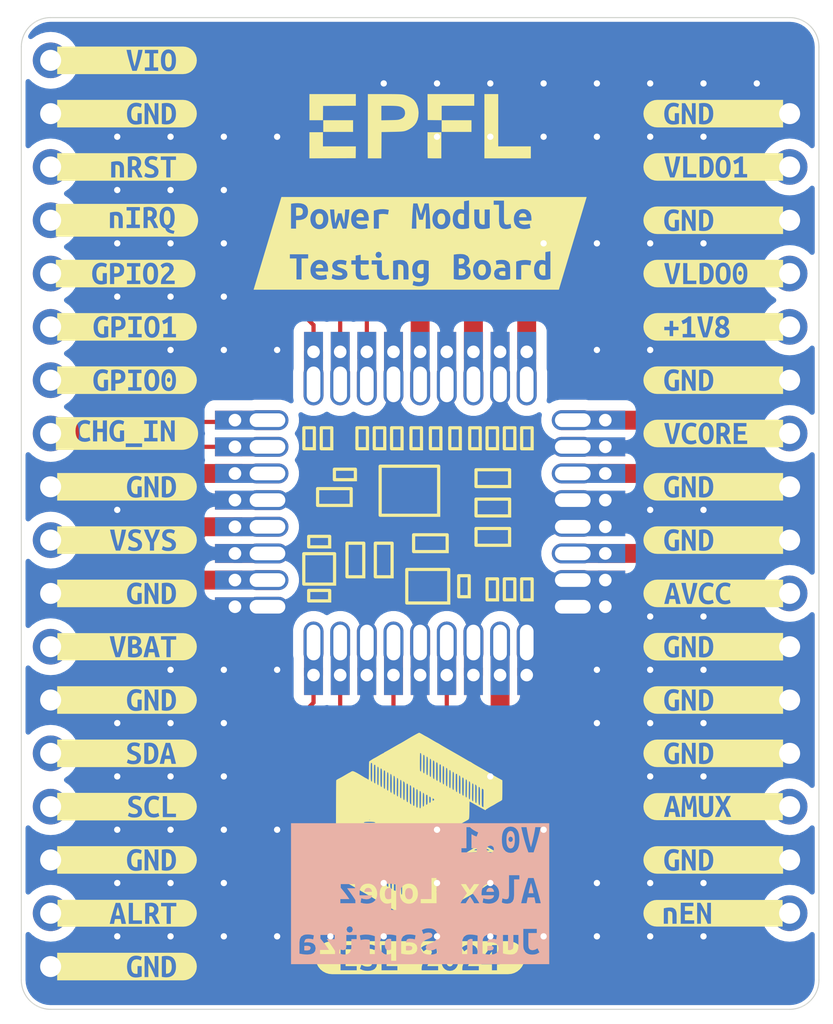
<source format=kicad_pcb>
(kicad_pcb (version 20240108) (generator "pcbnew") (generator_version "8.0")
  (layers (0 "F.Cu" signal) (1 "In1.Cu" signal) (2 "In2.Cu" signal) (31 "B.Cu" signal) (34 "B.Paste" user) (35 "F.Paste" user) (36 "B.SilkS" user "B.Silkscreen") (37 "F.SilkS" user "F.Silkscreen") (38 "B.Mask" user) (39 "F.Mask" user) (44 "Edge.Cuts" user))
  (net 0 "")
  (net 1 "/GPIO0")
  (net 2 "/nIRQ")
  (net 3 "/nRST")
  (net 4 "/VSYS")
  (net 5 "GND")
  (net 6 "/GPIO2")
  (net 7 "/SCL")
  (net 8 "/+1V8")
  (net 9 "/GPIO1")
  (net 10 "/VBAT")
  (net 11 "/CHG_IN")
  (net 12 "/ALRT")
  (net 13 "AMUX")
  (net 14 "/AVCC")
  (net 15 "/VIO")
  (net 16 "/SDA")
  (net 17 "/VCORE")
  (net 18 "VLDO0")
  (net 19 "nEN")
  (net 20 "VLDO1")
  (footprint "kibuzzard-66CF9D5F" (layer "F.Cu") (at 150.96 105.58)
    (property "Reference" "kibuzzard-66CF9D5F" (hide yes))
    (property "Value" "G***" (hide yes))
  )
  (footprint "kibuzzard-66CF9CF0" (layer "F.Cu") (at 123.02 115.74)
    (property "Reference" "kibuzzard-66CF9CF0" (hide yes))
    (property "Value" "G***" (hide yes))
  )
  (footprint "kibuzzard-66CF9D5F" (layer "F.Cu") (at 150.96 92.88)
    (property "Reference" "kibuzzard-66CF9D5F" (hide yes))
    (property "Value" "G***" (hide yes))
  )
  (footprint "kibuzzard-66CF9D5F" (layer "F.Cu") (at 150.96 110.66)
    (property "Reference" "kibuzzard-66CF9D5F" (hide yes))
    (property "Value" "G***" (hide yes))
  )
  (footprint "kibuzzard-66CF9CF8" (layer "F.Cu") (at 123.024847 118.28)
    (property "Reference" "kibuzzard-66CF9CF8" (hide yes))
    (property "Value" "G***" (hide yes))
  )
  (footprint "LOGO" (layer "F.Cu") (at 136.652 127)
    (property "Reference" "G***" (hide yes))
    (property "Value" "LOGO" (hide yes))
  )
  (footprint "kibuzzard-66CFC30E" (layer "F.Cu") (at 136.99 99.06)
    (property "Reference" "kibuzzard-66CFC30E" (hide yes))
    (property "Value" "G***" (hide yes))
  )
  (footprint "LOGO" (layer "F.Cu") (at 136.99 93.472)
    (property "Reference" "G***" (hide yes))
    (property "Value" "LOGO" (hide yes))
  )
  (footprint "kibuzzard-66CF9D9B" (layer "F.Cu") (at 150.96 108.12)
    (property "Reference" "kibuzzard-66CF9D9B" (hide yes))
    (property "Value" "G***" (hide yes))
  )
  (footprint "X-MODs_PcbLib:Power_Board_Header_Conn_2.54mm" (layer "F.Cu") (at 136.99 111.93)
    (property "Reference" "J1" (hide yes))
    (property "Value" "~" (hide yes))
    (pad "1" thru_hole oval (at -17.61 -8.89) (size 1.7 1.7) (drill 1) (layers "*.Cu" "*.Mask") (net 9 "/GPIO1"))
    (pad "2" thru_hole oval (at -17.61 -6.35) (size 1.7 1.7) (drill 1) (layers "*.Cu" "*.Mask") (net 1 "/GPIO0"))
    (pad "3" thru_hole oval (at -17.61 -3.81) (size 1.7 1.7) (drill 1) (layers "*.Cu" "*.Mask") (net 11 "/CHG_IN"))
    (pad "4" thru_hole oval (at -17.61 -1.27) (size 1.7 1.7) (drill 1) (layers "*.Cu" "*.Mask") (net 5 "GND"))
    (pad "5" thru_hole oval (at -17.61 1.27) (size 1.7 1.7) (drill 1) (layers "*.Cu" "*.Mask") (net 4 "/VSYS"))
    (pad "6" thru_hole oval (at -17.61 3.81) (size 1.7 1.7) (drill 1) (layers "*.Cu" "*.Mask") (net 5 "GND"))
    (pad "7" thru_hole oval (at -17.61 6.35) (size 1.7 1.7) (drill 1) (layers "*.Cu" "*.Mask") (net 10 "/VBAT"))
    (pad "8" thru_hole oval (at -17.61 8.89) (size 1.7 1.7) (drill 1) (layers "*.Cu" "*.Mask") (net 5 "GND"))
    (pad "9" thru_hole oval (at -17.61 11.43) (size 1.7 1.7) (drill 1) (layers "*.Cu" "*.Mask") (net 16 "/SDA"))
    (pad "10" thru_hole oval (at -17.61 13.97) (size 1.7 1.7) (drill 1) (layers "*.Cu" "*.Mask") (net 7 "/SCL"))
    (pad "11" thru_hole oval (at -17.61 16.51) (size 1.7 1.7) (drill 1) (layers "*.Cu" "*.Mask") (net 5 "GND"))
    (pad "12" thru_hole oval (at -17.61 19.05) (size 1.7 1.7) (drill 1) (layers "*.Cu" "*.Mask") (net 12 "/ALRT"))
    (pad "13" thru_hole oval (at -17.61 21.59) (size 1.7 1.7) (drill 1) (layers "*.Cu" "*.Mask") (net 5 "GND"))
    (pad "14" thru_hole oval (at 17.61 19.05) (size 1.7 1.7) (drill 1) (layers "*.Cu" "*.Mask") (net 19 "nEN"))
    (pad "15" thru_hole oval (at 17.61 16.51) (size 1.7 1.7) (drill 1) (layers "*.Cu" "*.Mask") (net 5 "GND"))
    (pad "16" thru_hole oval (at 17.61 13.97) (size 1.7 1.7) (drill 1) (layers "*.Cu" "*.Mask") (net 13 "AMUX"))
    (pad "17" thru_hole oval (at 17.61 11.43) (size 1.7 1.7) (drill 1) (layers "*.Cu" "*.Mask") (net 5 "GND"))
    (pad "18" thru_hole oval (at 17.61 8.89) (size 1.7 1.7) (drill 1) (layers "*.Cu" "*.Mask") (net 5 "GND"))
    (pad "19" thru_hole oval (at 17.61 6.35) (size 1.7 1.7) (drill 1) (layers "*.Cu" "*.Mask") (net 5 "GND"))
    (pad "20" thru_hole oval (at 17.61 3.81) (size 1.7 1.7) (drill 1) (layers "*.Cu" "*.Mask") (net 14 "/AVCC"))
    (pad "21" thru_hole oval (at 17.61 1.27) (size 1.7 1.7) (drill 1) (layers "*.Cu" "*.Mask") (net 5 "GND"))
    (pad "22" thru_hole oval (at 17.61 -1.27) (size 1.7 1.7) (drill 1) (layers "*.Cu" "*.Mask") (net 5 "GND"))
    (pad "23" thru_hole oval (at 17.61 -3.81) (size 1.7 1.7) (drill 1) (layers "*.Cu" "*.Mask") (net 17 "/VCORE"))
    (pad "24" thru_hole oval (at 17.61 -6.35) (size 1.7 1.7) (drill 1) (layers "*.Cu" "*.Mask") (net 5 "GND"))
    (pad "25" thru_hole oval (at 17.61 -8.89) (size 1.7 1.7) (drill 1) (layers "*.Cu" "*.Mask") (net 8 "/+1V8"))
    (pad "26" thru_hole oval (at 17.61 -11.43) (size 1.7 1.7) (drill 1) (layers "*.Cu" "*.Mask") (net 18 "VLDO0"))
    (pad "27" thru_hole oval (at 17.61 -13.97) (size 1.7 1.7) (drill 1) (layers "*.Cu" "*.Mask") (net 5 "GND"))
    (pad "28" thru_hole oval (at 17.61 -16.51) (size 1.7 1.7) (drill 1) (layers "*.Cu" "*.Mask") (net 20 "VLDO1"))
    (pad "29" thru_hole oval (at 17.61 -19.05) (size 1.7 1.7) (drill 1) (layers "*.Cu" "*.Mask") (net 5 "GND"))
    (pad "30" thru_hole oval (at -17.61 -21.59) (size 1.7 1.7) (drill 1) (layers "*.Cu" "*.Mask") (net 15 "/VIO"))
    (pad "31" thru_hole oval (at -17.61 -19.05) (size 1.7 1.7) (drill 1) (layers "*.Cu" "*.Mask") (net 5 "GND"))
    (pad "32" thru_hole oval (at -17.61 -16.51) (size 1.7 1.7) (drill 1) (layers "*.Cu" "*.Mask") (net 3 "/nRST"))
    (pad "33" thru_hole oval (at -17.61 -13.97) (size 1.7 1.7) (drill 1) (layers "*.Cu" "*.Mask") (net 2 "/nIRQ"))
    (pad "34" thru_hole oval (at -17.61 -11.43) (size 1.7 1.7) (drill 1) (layers "*.Cu" "*.Mask") (net 6 "/GPIO2"))
  )
  (footprint "kibuzzard-66CF9CD9" (layer "F.Cu") (at 123.02 105.58)
    (property "Reference" "kibuzzard-66CF9CD9" (hide yes))
    (property "Value" "G***" (hide yes))
  )
  (footprint "kibuzzard-66CF9CE3" (layer "F.Cu") (at 123.02 110.66)
    (property "Reference" "kibuzzard-66CF9CE3" (hide yes))
    (property "Value" "G***" (hide yes))
  )
  (footprint "kibuzzard-66CF9D14" (layer "F.Cu") (at 123.02 128.44)
    (property "Reference" "kibuzzard-66CF9D14" (hide yes))
    (property "Value" "G***" (hide yes))
  )
  (footprint "kibuzzard-66CFC1A0" (layer "F.Cu") (at 123.02 108.12)
    (property "Reference" "kibuzzard-66CFC1A0" (hide yes))
    (property "Value" "G***" (hide yes))
  )
  (footprint "kibuzzard-66CF9DAF" (layer "F.Cu") (at 150.949095 130.98)
    (property "Reference" "kibuzzard-66CF9DAF" (hide yes))
    (property "Value" "G***" (hide yes))
  )
  (footprint "kibuzzard-66CFCF0D" (layer "F.Cu") (at 136.99 133.096)
    (property "Reference" "kibuzzard-66CFCF0D" (hide yes))
    (property "Value" "G***" (hide yes))
  )
  (footprint "kibuzzard-66CF9D04" (layer "F.Cu") (at 123.02 123.36)
    (property "Reference" "kibuzzard-66CF9D04" (hide yes))
    (property "Value" "G***" (hide yes))
  )
  (footprint "kibuzzard-66CF9D5F" (layer "F.Cu") (at 150.96 97.96)
    (property "Reference" "kibuzzard-66CF9D5F" (hide yes))
    (property "Value" "G***" (hide yes))
  )
  (footprint "kibuzzard-66CF9CAA" (layer "F.Cu") (at 123.02 92.88)
    (property "Reference" "kibuzzard-66CF9CAA" (hide yes))
    (property "Value" "G***" (hide yes))
  )
  (footprint "kibuzzard-66CF9CFE" (layer "F.Cu") (at 123.02 120.82)
    (property "Reference" "kibuzzard-66CF9CFE" (hide yes))
    (property "Value" "G***" (hide yes))
  )
  (footprint "kibuzzard-66CF9D0A" (layer "F.Cu") (at 123.02 125.9)
    (property "Reference" "kibuzzard-66CF9D0A" (hide yes))
    (property "Value" "G***" (hide yes))
  )
  (footprint "kibuzzard-66CF9DA2" (layer "F.Cu") (at 150.96 115.74)
    (property "Reference" "kibuzzard-66CF9DA2" (hide yes))
    (property "Value" "G***" (hide yes))
  )
  (footprint "kibuzzard-66CF9D8B" (layer "F.Cu") (at 150.96 100.5)
    (property "Reference" "kibuzzard-66CF9D8B" (hide yes))
    (property "Value" "G***" (hide yes))
  )
  (footprint "kibuzzard-66CF9CA5" (layer "F.Cu") (at 123.02 90.34)
    (property "Reference" "kibuzzard-66CF9CA5" (hide yes))
    (property "Value" "G***" (hide yes))
  )
  (footprint "kibuzzard-66CF9D5F" (layer "F.Cu") (at 150.96 120.82)
    (property "Reference" "kibuzzard-66CF9D5F" (hide yes))
    (property "Value" "G***" (hide yes))
  )
  (footprint "kibuzzard-66CF9D91" (layer "F.Cu") (at 150.960403 103.04)
    (property "Reference" "kibuzzard-66CF9D91" (hide yes))
    (property "Value" "G***" (hide yes))
  )
  (footprint "kibuzzard-66CF9D65" (layer "F.Cu") (at 150.96 95.42)
    (property "Reference" "kibuzzard-66CF9D65" (hide yes))
    (property "Value" "G***" (hide yes))
  )
  (footprint "kibuzzard-66CF9D5F" (layer "F.Cu") (at 150.96 128.44)
    (property "Reference" "kibuzzard-66CF9D5F" (hide yes))
    (property "Value" "G***" (hide yes))
  )
  (footprint "kibuzzard-66CF9CE9" (layer "F.Cu") (at 123.02 113.2)
    (property "Reference" "kibuzzard-66CF9CE9" (hide yes))
    (property "Value" "G***" (hide yes))
  )
  (footprint "kibuzzard-66CF9D5F" (layer "F.Cu") (at 150.96 118.28)
    (property "Reference" "kibuzzard-66CF9D5F" (hide yes))
    (property "Value" "G***" (hide yes))
  )
  (footprint "kibuzzard-66CFAA85" (layer "F.Cu") (at 123.02 97.96)
    (property "Reference" "kibuzzard-66CFAA85" (hide yes))
    (property "Value" "G***" (hide yes))
  )
  (footprint "kibuzzard-66CF9CC6" (layer "F.Cu") (at 123.02 103.04)
    (property "Reference" "kibuzzard-66CF9CC6" (hide yes))
    (property "Value" "G***" (hide yes))
  )
  (footprint "kibuzzard-66CF9D5F" (layer "F.Cu") (at 150.96 123.36)
    (property "Reference" "kibuzzard-66CF9D5F" (hide yes))
    (property "Value" "G***" (hide yes))
  )
  (footprint "X-MODs_PcbLib:Power_Board_Socket_Conn_1.27mm" (layer "F.Cu") (at 136.99 111.93)
    (property "Reference" "J2" (hide yes))
    (property "Value" "~" (hide yes))
    (pad "1" thru_hole rect (at -8.825 -4.445) (size 1.3 0.9) (drill 0.6 (offset -0.3 0)) (layers "*.Cu" "*.Mask") (net 9 "/GPIO1"))
    (pad "1" thru_hole oval (at -7.275 -4.445) (size 2 0.95) (drill oval 1.7 0.65) (layers "*.Cu" "*.Mask") (net 9 "/GPIO1"))
    (pad "2" thru_hole rect (at -8.825 -3.175) (size 1.3 0.9) (drill 0.6 (offset -0.3 0)) (layers "*.Cu" "*.Mask") (net 1 "/GPIO0"))
    (pad "2" thru_hole oval (at -7.275 -3.175) (size 2 0.95) (drill oval 1.7 0.65) (layers "*.Cu" "*.Mask") (net 1 "/GPIO0"))
    (pad "3" thru_hole rect (at -8.825 -1.905) (size 1.3 0.9) (drill 0.6 (offset -0.3 0)) (layers "*.Cu" "*.Mask") (net 11 "/CHG_IN"))
    (pad "3" thru_hole oval (at -7.275 -1.905) (size 2 0.95) (drill oval 1.7 0.65) (layers "*.Cu" "*.Mask") (net 11 "/CHG_IN"))
    (pad "4" thru_hole rect (at -8.825 -0.635) (size 1.3 0.9) (drill 0.6 (offset -0.3 0)) (layers "*.Cu" "*.Mask") (net 5 "GND"))
    (pad "4" thru_hole oval (at -7.275 -0.635) (size 2 0.95) (drill oval 1.7 0.65) (layers "*.Cu" "*.Mask") (net 5 "GND"))
    (pad "5" thru_hole rect (at -8.825 0.635) (size 1.3 0.9) (drill 0.6 (offset -0.3 0)) (layers "*.Cu" "*.Mask") (net 4 "/VSYS"))
    (pad "5" thru_hole oval (at -7.275 0.635) (size 2 0.95) (drill oval 1.7 0.65) (layers "*.Cu" "*.Mask") (net 4 "/VSYS"))
    (pad "6" thru_hole rect (at -8.825 1.905) (size 1.3 0.9) (drill 0.6 (offset -0.3 0)) (layers "*.Cu" "*.Mask") (net 5 "GND"))
    (pad "6" thru_hole oval (at -7.275 1.905) (size 2 0.95) (drill oval 1.7 0.65) (layers "*.Cu" "*.Mask") (net 5 "GND"))
    (pad "7" thru_hole rect (at -8.825 3.175) (size 1.3 0.9) (drill 0.6 (offset -0.3 0)) (layers "*.Cu" "*.Mask") (net 10 "/VBAT"))
    (pad "7" thru_hole oval (at -7.275 3.175) (size 2 0.95) (drill oval 1.7 0.65) (layers "*.Cu" "*.Mask") (net 10 "/VBAT"))
    (pad "8" thru_hole rect (at -8.825 4.445) (size 1.3 0.9) (drill 0.6 (offset -0.3 0)) (layers "*.Cu" "*.Mask") (net 5 "GND"))
    (pad "8" thru_hole oval (at -7.275 4.445) (size 2 0.95) (drill oval 1.7 0.65) (layers "*.Cu" "*.Mask") (net 5 "GND"))
    (pad "9" thru_hole oval (at -5.08 6.15 90) (size 2 0.95) (drill oval 1.7 0.65) (layers "*.Cu" "*.Mask") (net 16 "/SDA"))
    (pad "9" thru_hole rect (at -5.08 7.7 90) (size 1.3 0.9) (drill 0.6 (offset -0.3 0)) (layers "*.Cu" "*.Mask") (net 16 "/SDA"))
    (pad "10" thru_hole oval (at -3.81 6.15 90) (size 2 0.95) (drill oval 1.7 0.65) (layers "*.Cu" "*.Mask") (net 7 "/SCL"))
    (pad "10" thru_hole rect (at -3.81 7.7 90) (size 1.3 0.9) (drill 0.6 (offset -0.3 0)) (layers "*.Cu" "*.Mask") (net 7 "/SCL"))
    (pad "11" thru_hole oval (at -2.54 6.15 90) (size 2 0.95) (drill oval 1.7 0.65) (layers "*.Cu" "*.Mask") (net 5 "GND"))
    (pad "11" thru_hole rect (at -2.54 7.7 90) (size 1.3 0.9) (drill 0.6 (offset -0.3 0)) (layers "*.Cu" "*.Mask") (net 5 "GND"))
    (pad "12" thru_hole oval (at -1.27 6.15 90) (size 2 0.95) (drill oval 1.7 0.65) (layers "*.Cu" "*.Mask") (net 12 "/ALRT"))
    (pad "12" thru_hole rect (at -1.27 7.7 90) (size 1.3 0.9) (drill 0.6 (offset -0.3 0)) (layers "*.Cu" "*.Mask") (net 12 "/ALRT"))
    (pad "13" thru_hole oval (at 0 6.15 90) (size 2 0.95) (drill oval 1.7 0.65) (layers "*.Cu" "*.Mask") (net 5 "GND"))
    (pad "13" thru_hole rect (at 0 7.7 90) (size 1.3 0.9) (drill 0.6 (offset -0.3 0)) (layers "*.Cu" "*.Mask") (net 5 "GND"))
    (pad "14" thru_hole oval (at 1.27 6.15 90) (size 2 0.95) (drill oval 1.7 0.65) (layers "*.Cu" "*.Mask") (net 19 "nEN"))
    (pad "14" thru_hole rect (at 1.27 7.7 90) (size 1.3 0.9) (drill 0.6 (offset -0.3 0)) (layers "*.Cu" "*.Mask") (net 19 "nEN"))
    (pad "15" thru_hole oval (at 2.54 6.15 90) (size 2 0.95) (drill oval 1.7 0.65) (layers "*.Cu" "*.Mask") (net 5 "GND"))
    (pad "15" thru_hole rect (at 2.54 7.7 90) (size 1.3 0.9) (drill 0.6 (offset -0.3 0)) (layers "*.Cu" "*.Mask") (net 5 "GND"))
    (pad "16" thru_hole oval (at 3.81 6.15 90) (size 2 0.95) (drill oval 1.7 0.65) (layers "*.Cu" "*.Mask") (net 13 "AMUX"))
    (pad "16" thru_hole rect (at 3.81 7.7 90) (size 1.3 0.9) (drill 0.6 (offset -0.3 0)) (layers "*.Cu" "*.Mask") (net 13 "AMUX"))
    (pad "17" thru_hole oval (at 5.08 6.15 90) (size 2 0.95) (drill oval 1.7 0.65) (layers "*.Cu" "*.Mask") (net 5 "GND"))
    (pad "17" thru_hole rect (at 5.08 7.7 90) (size 1.3 0.9) (drill 0.6 (offset -0.3 0)) (layers "*.Cu" "*.Mask") (net 5 "GND"))
    (pad "18" thru_hole oval (at 7.275 4.445 180) (size 2 0.95) (drill oval 1.7 0.65) (layers "*.Cu" "*.Mask") (net 5 "GND"))
    (pad "18" thru_hole rect (at 8.825 4.445 180) (size 1.3 0.9) (drill 0.6 (offset -0.3 0)) (layers "*.Cu" "*.Mask") (net 5 "GND"))
    (pad "19" thru_hole oval (at 7.275 3.175 180) (size 2 0.95) (drill oval 1.7 0.65) (layers "*.Cu" "*.Mask") (net 5 "GND"))
    (pad "19" thru_hole rect (at 8.825 3.175 180) (size 1.3 0.9) (drill 0.6 (offset -0.3 0)) (layers "*.Cu" "*.Mask") (net 5 "GND"))
    (pad "20" thru_hole oval (at 7.275 1.905 180) (size 2 0.95) (drill oval 1.7 0.65) (layers "*.Cu" "*.Mask") (net 14 "/AVCC"))
    (pad "20" thru_hole rect (at 8.825 1.905 180) (size 1.3 0.9) (drill 0.6 (offset -0.3 0)) (layers "*.Cu" "*.Mask") (net 14 "/AVCC"))
    (pad "21" thru_hole oval (at 7.275 0.635 180) (size 2 0.95) (drill oval 1.7 0.65) (layers "*.Cu" "*.Mask") (net 5 "GND"))
    (pad "21" thru_hole rect (at 8.825 0.635 180) (size 1.3 0.9) (drill 0.6 (offset -0.3 0)) (layers "*.Cu" "*.Mask") (net 5 "GND"))
    (pad "22" thru_hole oval (at 7.275 -0.635 180) (size 2 0.95) (drill oval 1.7 0.65) (layers "*.Cu" "*.Mask") (net 5 "GND"))
    (pad "22" thru_hole rect (at 8.825 -0.635 180) (size 1.3 0.9) (drill 0.6 (offset -0.3 0)) (layers "*.Cu" "*.Mask") (net 5 "GND"))
    (pad "23" thru_hole oval (at 7.275 -1.905 180) (size 2 0.95) (drill oval 1.7 0.65) (layers "*.Cu" "*.Mask") (net 17 "/VCORE"))
    (pad "23" thru_hole rect (at 8.825 -1.905 180) (size 1.3 0.9) (drill 0.6 (offset -0.3 0)) (layers "*.Cu" "*.Mask") (net 17 "/VCORE"))
    (pad "24" thru_hole oval (at 7.275 -3.175 180) (size 2 0.95) (drill oval 1.7 0.65) (layers "*.Cu" "*.Mask") (net 5 "GND"))
    (pad "24" thru_hole rect (at 8.825 -3.175 180) (size 1.3 0.9) (drill 0.6 (offset -0.3 0)) (layers "*.Cu" "*.Mask") (net 5 "GND"))
    (pad "25" thru_hole oval (at 7.275 -4.445 180) (size 2 0.95) (drill oval 1.7 0.65) (layers "*.Cu" "*.Mask") (net 8 "/+1V8"))
    (pad "25" thru_hole rect (at 8.825 -4.445 180) (size 1.3 0.9) (drill 0.6 (offset -0.3 0)) (layers "*.Cu" "*.Mask") (net 8 "/+1V8"))
    (pad "26" thru_hole rect (at 5.08 -7.7 270) (size 1.3 0.9) (drill 0.6 (offset -0.3 0)) (layers "*.Cu" "*.Mask") (net 18 "VLDO0"))
    (pad "26" thru_hole oval (at 5.08 -6.15 270) (size 2 0.95) (drill oval 1.7 0.65) (layers "*.Cu" "*.Mask") (net 18 "VLDO0"))
    (pad "27" thru_hole rect (at 3.81 -7.7 270) (size 1.3 0.9) (drill 0.6 (offset -0.3 0)) (layers "*.Cu" "*.Mask") (net 5 "GND"))
    (pad "27" thru_hole oval (at 3.81 -6.15 270) (size 2 0.95) (drill oval 1.7 0.65) (layers "*.Cu" "*.Mask") (net 5 "GND"))
    (pad "28" thru_hole rect (at 2.54 -7.7 270) (size 1.3 0.9) (drill 0.6 (offset -0.3 0)) (layers "*.Cu" "*.Mask") (net 20 "VLDO1"))
    (pad "28" thru_hole oval (at 2.54 -6.15 270) (size 2 0.95) (drill oval 1.7 0.65) (layers "*.Cu" "*.Mask") (net 20 "VLDO1"))
    (pad "29" thru_hole rect (at 1.27 -7.7 270) (size 1.3 0.9) (drill 0.6 (offset -0.3 0)) (layers "*.Cu" "*.Mask") (net 5 "GND"))
    (pad "29" thru_hole oval (at 1.27 -6.15 270) (size 2 0.95) (drill oval 1.7 0.65) (layers "*.Cu" "*.Mask") (net 5 "GND"))
    (pad "30" thru_hole rect (at 0 -7.7 270) (size 1.3 0.9) (drill 0.6 (offset -0.3 0)) (layers "*.Cu" "*.Mask") (net 15 "/VIO"))
    (pad "30" thru_hole oval (at 0 -6.15 270) (size 2 0.95) (drill oval 1.7 0.65) (layers "*.Cu" "*.Mask") (net 15 "/VIO"))
    (pad "31" thru_hole rect (at -1.27 -7.7 270) (size 1.3 0.9) (drill 0.6 (offset -0.3 0)) (layers "*.Cu" "*.Mask") (net 5 "GND"))
    (pad "31" thru_hole oval (at -1.27 -6.15 270) (size 2 0.95) (drill oval 1.7 0.65) (layers "*.Cu" "*.Mask") (net 5 "GND"))
    (pad "32" thru_hole rect (at -2.54 -7.7 270) (size 1.3 0.9) (drill 0.6 (offset -0.3 0)) (layers "*.Cu" "*.Mask") (net 3 "/nRST"))
    (pad "32" thru_hole oval (at -2.54 -6.15 270) (size 2 0.95) (drill oval 1.7 0.65) (layers "*.Cu" "*.Mask") (net 3 "/nRST"))
    (pad "33" thru_hole rect (at -3.81 -7.7 270) (size 1.3 0.9) (drill 0.6 (offset -0.3 0)) (layers "*.Cu" "*.Mask") (net 2 "/nIRQ"))
    (pad "33" thru_hole oval (at -3.81 -6.15 270) (size 2 0.95) (drill oval 1.7 0.65) (layers "*.Cu" "*.Mask") (net 2 "/nIRQ"))
    (pad "34" thru_hole rect (at -5.08 -7.7 270) (size 1.3 0.9) (drill 0.6 (offset -0.3 0)) (layers "*.Cu" "*.Mask") (net 6 "/GPIO2"))
    (pad "34" thru_hole oval (at -5.08 -6.15 270) (size 2 0.95) (drill oval 1.7 0.65) (layers "*.Cu" "*.Mask") (net 6 "/GPIO2"))
  )
  (footprint "kibuzzard-66CFAA7E" (layer "F.Cu") (at 123.02 95.42)
    (property "Reference" "kibuzzard-66CFAA7E" (hide yes))
    (property "Value" "G***" (hide yes))
  )
  (footprint "kibuzzard-66CF9DA9" (layer "F.Cu") (at 150.954345 125.9)
    (property "Reference" "kibuzzard-66CF9DA9" (hide yes))
    (property "Value" "G***" (hide yes))
  )
  (footprint "kibuzzard-66CF9D2A" (layer "F.Cu") (at 123.02 133.52)
    (property "Reference" "kibuzzard-66CF9D2A" (hide yes))
    (property "Value" "G***" (hide yes))
  )
  (footprint "kibuzzard-66CF9D5F" (layer "F.Cu") (at 150.96 113.2)
    (property "Reference" "kibuzzard-66CF9D5F" (hide yes))
    (property "Value" "G***" (hide yes))
  )
  (footprint "kibuzzard-66CFAA8B" (layer "F.Cu") (at 122.957803 100.5)
    (property "Reference" "kibuzzard-66CFAA8B" (hide yes))
    (property "Value" "G***" (hide yes))
  )
  (footprint "kibuzzard-66CF9D25" (layer "F.Cu") (at 123.028078 130.98)
    (property "Reference" "kibuzzard-66CF9D25" (hide yes))
    (property "Value" "G***" (hide yes))
  )
  (footprint "kibuzzard-66CFD049" (layer "B.Cu") (at 136.99 130.048 180)
    (property "Reference" "kibuzzard-66CFD049" (hide yes))
    (property "Value" "G***" (hide yes))
  )
  (gr_arc (start 154.6 88.303) (mid 155.587828 88.712172) (end 155.997 89.7) (stroke (width 0.05)) (layer "Edge.Cuts"))
  (gr_line (start 119.38 135.557) (end 154.6 135.557) (stroke (width 0.05)) (layer "Edge.Cuts"))
  (gr_line (start 154.6 88.303) (end 119.38 88.303) (stroke (width 0.05)) (layer "Edge.Cuts"))
  (gr_line (start 155.997 89.7) (end 155.997 134.16) (stroke (width 0.05)) (layer "Edge.Cuts"))
  (gr_arc (start 119.38 135.557) (mid 118.392172 135.147828) (end 117.983 134.16) (stroke (width 0.05)) (layer "Edge.Cuts"))
  (gr_arc (start 117.983 89.7) (mid 118.392172 88.712172) (end 119.38 88.303) (stroke (width 0.05)) (layer "Edge.Cuts"))
  (gr_arc (start 155.997 134.16) (mid 155.587828 135.147828) (end 154.6 135.557) (stroke (width 0.05)) (layer "Edge.Cuts"))
  (gr_line (start 117.983 134.16) (end 117.983 89.7) (stroke (width 0.05)) (layer "Edge.Cuts"))
  (segment (start 129.715 108.755) (end 128.165 108.755) (width 0.9) (layer "F.Cu") (net 1))
  (segment (start 128.165 108.755) (end 125.138 108.755) (width 0.2) (layer "F.Cu") (net 1))
  (segment (start 121.963 105.58) (end 119.38 105.58) (width 0.2) (layer "F.Cu") (net 1))
  (segment (start 125.138 108.755) (end 121.963 105.58) (width 0.2) (layer "F.Cu") (net 1))
  (segment (start 129.715 108.755) (end 128.165 108.755) (width 0.9) (layer "B.Cu") (net 1))
  (segment (start 133.18 105.78) (end 133.18 104.23) (width 0.9) (layer "F.Cu") (net 2))
  (segment (start 133.18 104.23) (end 133.18 101.684) (width 0.2) (layer "F.Cu") (net 2))
  (segment (start 129.456 97.96) (end 119.38 97.96) (width 0.2) (layer "F.Cu") (net 2))
  (segment (start 133.18 101.684) (end 129.456 97.96) (width 0.2) (layer "F.Cu") (net 2))
  (segment (start 133.18 105.78) (end 133.18 104.23) (width 0.9) (layer "B.Cu") (net 2))
  (segment (start 129.71 95.42) (end 119.38 95.42) (width 0.2) (layer "F.Cu") (net 3))
  (segment (start 134.45 100.16) (end 129.71 95.42) (width 0.2) (layer "F.Cu") (net 3))
  (segment (start 134.45 105.78) (end 134.45 104.23) (width 0.9) (layer "F.Cu") (net 3))
  (segment (start 134.45 104.23) (end 134.45 100.16) (width 0.2) (layer "F.Cu") (net 3))
  (segment (start 134.45 105.78) (end 134.45 104.23) (width 0.9) (layer "B.Cu") (net 3))
  (segment (start 119.38 113.2) (end 125.941 113.2) (width 0.9) (layer "F.Cu") (net 4))
  (segment (start 126.576 112.565) (end 128.115 112.565) (width 0.9) (layer "F.Cu") (net 4))
  (segment (start 125.941 113.2) (end 126.576 112.565) (width 0.9) (layer "F.Cu") (net 4))
  (segment (start 129.715 112.565) (end 128.165 112.565) (width 0.9) (layer "F.Cu") (net 4))
  (segment (start 129.715 112.565) (end 128.165 112.565) (width 0.9) (layer "B.Cu") (net 4))
  (segment (start 142.07 118.08) (end 142.07 119.63) (width 0.9) (layer "F.Cu") (net 5))
  (segment (start 134.45 118.08) (end 134.45 119.63) (width 0.9) (layer "F.Cu") (net 5))
  (segment (start 136.99 118.08) (end 136.99 119.63) (width 0.9) (layer "F.Cu") (net 5))
  (segment (start 129.715 116.375) (end 128.165 116.375) (width 0.9) (layer "F.Cu") (net 5))
  (segment (start 140.8 105.78) (end 140.8 104.23) (width 0.9) (layer "F.Cu") (net 5))
  (segment (start 129.715 113.835) (end 128.165 113.835) (width 0.9) (layer "F.Cu") (net 5))
  (segment (start 138.26 105.78) (end 138.26 104.23) (width 0.9) (layer "F.Cu") (net 5))
  (segment (start 144.265 112.565) (end 145.815 112.565) (width 0.9) (layer "F.Cu") (net 5))
  (segment (start 144.265 111.295) (end 145.815 111.295) (width 0.9) (layer "F.Cu") (net 5))
  (segment (start 144.265 116.375) (end 145.815 116.375) (width 0.9) (layer "F.Cu") (net 5))
  (segment (start 129.715 111.295) (end 128.165 111.295) (width 0.9) (layer "F.Cu") (net 5))
  (segment (start 144.265 115.105) (end 145.815 115.105) (width 0.9) (layer "F.Cu") (net 5))
  (segment (start 139.53 118.08) (end 139.53 119.63) (width 0.9) (layer "F.Cu") (net 5))
  (segment (start 144.265 108.755) (end 145.815 108.755) (width 0.9) (layer "F.Cu") (net 5))
  (segment (start 135.72 105.78) (end 135.72 104.23) (width 0.9) (layer "F.Cu") (net 5))
  (via (at 140.335 129.54) (size 0.6) (drill 0.3) (layers "F.Cu" "B.Cu") (net 5))
  (via (at 127.635 132.08) (size 0.6) (drill 0.3) (layers "F.Cu" "B.Cu") (net 5))
  (via (at 150.495 116.84) (size 0.6) (drill 0.3) (layers "F.Cu" "B.Cu") (net 5))
  (via (at 145.415 129.54) (size 0.6) (drill 0.3) (layers "F.Cu" "B.Cu") (net 5))
  (via (at 150.495 121.92) (size 0.6) (drill 0.3) (layers "F.Cu" "B.Cu") (net 5))
  (via (at 125.095 129.54) (size 0.6) (drill 0.3) (layers "F.Cu" "B.Cu") (net 5))
  (via (at 127.635 96.52) (size 0.6) (drill 0.3) (layers "F.Cu" "B.Cu") (net 5))
  (via (at 137.795 91.44) (size 0.6) (drill 0.3) (layers "F.Cu" "B.Cu") (net 5))
  (via (at 127.635 101.6) (size 0.6) (drill 0.3) (layers "F.Cu" "B.Cu") (net 5))
  (via (at 145.415 93.98) (size 0.6) (drill 0.3) (layers "F.Cu" "B.Cu") (net 5))
  (via (at 140.335 124.46) (size 0.6) (drill 0.3) (layers "F.Cu" "B.Cu") (net 5))
  (via (at 140.335 93.98) (size 0.6) (drill 0.3) (layers "F.Cu" "B.Cu") (net 5))
  (via (at 150.495 93.98) (size 0.6) (drill 0.3) (layers "F.Cu" "B.Cu") (net 5))
  (via (at 140.335 132.08) (size 0.6) (drill 0.3) (layers "F.Cu" "B.Cu") (net 5))
  (via (at 150.495 111.76) (size 0.6) (drill 0.3) (layers "F.Cu" "B.Cu") (net 5))
  (via (at 127.635 119.38) (size 0.6) (drill 0.3) (layers "F.Cu" "B.Cu") (net 5))
  (via (at 137.795 132.08) (size 0.6) (drill 0.3) (layers "F.Cu" "B.Cu") (net 5))
  (via (at 150.495 119.38) (size 0.6) (drill 0.3) (layers "F.Cu" "B.Cu") (net 5))
  (via (at 145.415 104.14) (size 0.6) (drill 0.3) (layers "F.Cu" "B.Cu") (net 5))
  (via (at 147.955 111.76) (size 0.6) (drill 0.3) (layers "F.Cu" "B.Cu") (net 5))
  (via (at 137.795 129.54) (size 0.6) (drill 0.3) (layers "F.Cu" "B.Cu") (net 5))
  (via (at 145.415 91.44) (size 0.6) (drill 0.3) (layers "F.Cu" "B.Cu") (net 5))
  (via (at 122.555 127) (size 0.6) (drill 0.3) (layers "F.Cu" "B.Cu") (net 5))
  (via (at 125.095 96.52) (size 0.6) (drill 0.3) (layers "F.Cu" "B.Cu") (net 5))
  (via (at 122.555 93.98) (size 0.6) (drill 0.3) (layers "F.Cu" "B.Cu") (net 5))
  (via (at 140.335 91.44) (size 0.6) (drill 0.3) (layers "F.Cu" "B.Cu") (net 5))
  (via (at 142.875 91.44) (size 0.6) (drill 0.3) (layers "F.Cu" "B.Cu") (net 5))
  (via (at 130.175 119.38) (size 0.6) (drill 0.3) (layers "F.Cu" "B.Cu") (net 5))
  (via (at 127.635 104.14) (size 0.6) (drill 0.3) (layers "F.Cu" "B.Cu") (net 5))
  (via (at 125.095 99.06) (size 0.6) (drill 0.3) (layers "F.Cu" "B.Cu") (net 5))
  (via (at 147.955 132.08) (size 0.6) (drill 0.3) (layers "F.Cu" "B.Cu") (net 5))
  (via (at 147.955 121.92) (size 0.6) (drill 0.3) (layers "F.Cu" "B.Cu") (net 5))
  (via (at 122.555 124.46) (size 0.6) (drill 0.3) (layers "F.Cu" "B.Cu") (net 5))
  (via (at 147.955 116.84) (size 0.6) (drill 0.3) (layers "F.Cu" "B.Cu") (net 5))
  (via (at 127.635 93.98) (size 0.6) (drill 0.3) (layers "F.Cu" "B.Cu") (net 5))
  (via (at 142.875 93.98) (size 0.6) (drill 0.3) (layers "F.Cu" "B.Cu") (net 5))
  (via (at 147.955 124.46) (size 0.6) (drill 0.3) (layers "F.Cu" "B.Cu") (net 5))
  (via (at 130.175 93.98) (size 0.6) (drill 0.3) (layers "F.Cu" "B.Cu") (net 5))
  (via (at 150.495 132.08) (size 0.6) (drill 0.3) (layers "F.Cu" "B.Cu") (net 5))
  (via (at 122.555 96.52) (size 0.6) (drill 0.3) (layers "F.Cu" "B.Cu") (net 5))
  (via (at 147.955 104.14) (size 0.6) (drill 0.3) (layers "F.Cu" "B.Cu") (net 5))
  (via (at 145.415 121.92) (size 0.6) (drill 0.3) (layers "F.Cu" "B.Cu") (net 5))
  (via (at 147.955 91.44) (size 0.6) (drill 0.3) (layers "F.Cu" "B.Cu") (net 5))
  (via (at 125.095 104.14) (size 0.6) (drill 0.3) (layers "F.Cu" "B.Cu") (net 5))
  (via (at 122.555 99.06) (size 0.6) (drill 0.3) (layers "F.Cu" "B.Cu") (net 5))
  (via (at 125.095 101.6) (size 0.6) (drill 0.3) (layers "F.Cu" "B.Cu") (net 5))
  (via (at 147.955 99.06) (size 0.6) (drill 0.3) (layers "F.Cu" "B.Cu") (net 5))
  (via (at 122.555 111.76) (size 0.6) (drill 0.3) (layers "F.Cu" "B.Cu") (net 5))
  (via (at 145.415 132.08) (size 0.6) (drill 0.3) (layers "F.Cu" "B.Cu") (net 5))
  (via (at 142.875 99.06) (size 0.6) (drill 0.3) (layers "F.Cu" "B.Cu") (net 5))
  (via (at 122.555 129.54) (size 0.6) (drill 0.3) (layers "F.Cu" "B.Cu") (net 5))
  (via (at 127.635 124.46) (size 0.6) (drill 0.3) (layers "F.Cu" "B.Cu") (net 5))
  (via (at 142.875 132.08) (size 0.6) (drill 0.3) (layers "F.Cu" "B.Cu") (net 5))
  (via (at 147.955 93.98) (size 0.6) (drill 0.3) (layers "F.Cu" "B.Cu") (net 5))
  (via (at 125.095 124.46) (size 0.6) (drill 0.3) (layers "F.Cu" "B.Cu") (net 5))
  (via (at 135.255 132.08) (size 0.6) (drill 0.3) (layers "F.Cu" "B.Cu") (net 5))
  (via (at 145.415 119.38) (size 0.6) (drill 0.3) (layers "F.Cu" "B.Cu") (net 5))
  (via (at 122.555 101.6) (size 0.6) (drill 0.3) (layers "F.Cu" "B.Cu") (net 5))
  (via (at 150.495 124.46) (size 0.6) (drill 0.3) (layers "F.Cu" "B.Cu") (net 5))
  (via (at 130.175 104.14) (size 0.6) (drill 0.3) (layers "F.Cu" "B.Cu") (net 5))
  (via (at 147.955 129.54) (size 0.6) (drill 0.3) (layers "F.Cu" "B.Cu") (net 5))
  (via (at 137.795 93.98) (size 0.6) (drill 0.3) (layers "F.Cu" "B.Cu") (net 5))
  (via (at 137.795 127) (size 0.6) (drill 0.3) (layers "F.Cu" "B.Cu") (net 5))
  (via (at 150.495 129.54) (size 0.6) (drill 0.3) (layers "F.Cu" "B.Cu") (net 5))
  (via (at 150.495 91.44) (size 0.6) (drill 0.3) (layers "F.Cu" "B.Cu") (net 5))
  (via (at 127.635 129.54) (size 0.6) (drill 0.3) (layers "F.Cu" "B.Cu") (net 5))
  (via (at 142.875 127) (size 0.6) (drill 0.3) (layers "F.Cu" "B.Cu") (net 5))
  (via (at 130.175 127) (size 0.6) (drill 0.3) (layers "F.Cu" "B.Cu") (net 5))
  (via (at 125.095 93.98) (size 0.6) (drill 0.3) (layers "F.Cu" "B.Cu") (net 5))
  (via (at 122.555 132.08) (size 0.6) (drill 0.3) (layers "F.Cu" "B.Cu") (net 5))
  (via (at 125.095 127) (size 0.6) (drill 0.3) (layers "F.Cu" "B.Cu") (net 5))
  (via (at 147.955 119.38) (size 0.6) (drill 0.3) (layers "F.Cu" "B.Cu") (net 5))
  (via (at 145.415 99.06) (size 0.6) (drill 0.3) (layers "F.Cu" "B.Cu") (net 5))
  (via (at 135.255 91.44) (size 0.6) (drill 0.3) (layers "F.Cu" "B.Cu") (net 5))
  (via (at 130.175 132.08) (size 0.6) (drill 0.3) (layers "F.Cu" "B.Cu") (net 5))
  (via (at 127.635 127) (size 0.6) (drill 0.3) (layers "F.Cu" "B.Cu") (net 5))
  (via (at 132.715 132.08) (size 0.6) (drill 0.3) (layers "F.Cu" "B.Cu") (net 5))
  (via (at 153.035 91.44) (size 0.6) (drill 0.3) (layers "F.Cu" "B.Cu") (net 5))
  (via (at 127.635 121.92) (size 0.6) (drill 0.3) (layers "F.Cu" "B.Cu") (net 5))
  (via (at 125.095 121.92) (size 0.6) (drill 0.3) (layers "F.Cu" "B.Cu") (net 5))
  (via (at 122.555 121.92) (size 0.6) (drill 0.3) (layers "F.Cu" "B.Cu") (net 5))
  (via (at 125.095 119.38) (size 0.6) (drill 0.3) (layers "F.Cu" "B.Cu") (net 5))
  (via (at 125.095 132.08) (size 0.6) (drill 0.3) (layers "F.Cu" "B.Cu") (net 5))
  (via (at 135.255 129.54) (size 0.6) (drill 0.3) (layers "F.Cu" "B.Cu") (net 5))
  (via (at 150.495 99.06) (size 0.6) (drill 0.3) (layers "F.Cu" "B.Cu") (net 5))
  (via (at 127.635 99.06) (size 0.6) (drill 0.3) (layers "F.Cu" "B.Cu") (net 5))
  (segment (start 138.26 105.78) (end 138.26 104.23) (width 0.9) (layer "B.Cu") (net 5))
  (segment (start 129.715 116.375) (end 128.165 116.375) (width 0.9) (layer "B.Cu") (net 5))
  (segment (start 139.53 118.08) (end 139.53 119.63) (width 0.9) (layer "B.Cu") (net 5))
  (segment (start 144.265 116.375) (end 145.815 116.375) (width 0.9) (layer "B.Cu") (net 5))
  (segment (start 134.45 118.08) (end 134.45 119.63) (width 0.9) (layer "B.Cu") (net 5))
  (segment (start 142.07 118.08) (end 142.07 119.63) (width 0.9) (layer "B.Cu") (net 5))
  (segment (start 135.72 105.78) (end 135.72 104.23) (width 0.9) (layer "B.Cu") (net 5))
  (segment (start 144.265 108.755) (end 145.815 108.755) (width 0.9) (layer "B.Cu") (net 5))
  (segment (start 129.715 113.835) (end 128.165 113.835) (width 0.9) (layer "B.Cu") (net 5))
  (segment (start 144.265 112.565) (end 145.815 112.565) (width 0.9) (layer "B.Cu") (net 5))
  (segment (start 144.265 111.295) (end 145.815 111.295) (width 0.9) (layer "B.Cu") (net 5))
  (segment (start 136.99 118.08) (end 136.99 119.63) (width 0.9) (layer "B.Cu") (net 5))
  (segment (start 144.265 115.105) (end 145.815 115.105) (width 0.9) (layer "B.Cu") (net 5))
  (segment (start 129.715 111.295) (end 128.165 111.295) (width 0.9) (layer "B.Cu") (net 5))
  (segment (start 140.8 105.78) (end 140.8 104.23) (width 0.9) (layer "B.Cu") (net 5))
  (segment (start 131.91 102.954) (end 129.456 100.5) (width 0.2) (layer "F.Cu") (net 6))
  (segment (start 131.91 104.23) (end 131.91 102.954) (width 0.2) (layer "F.Cu") (net 6))
  (segment (start 131.91 105.78) (end 131.91 104.23) (width 0.9) (layer "F.Cu") (net 6))
  (segment (start 129.456 100.5) (end 119.38 100.5) (width 0.2) (layer "F.Cu") (net 6))
  (segment (start 131.91 105.78) (end 131.91 104.23) (width 0.9) (layer "B.Cu") (net 6))
  (segment (start 133.18 122.217) (end 129.497 125.9) (width 0.2) (layer "F.Cu") (net 7))
  (segment (start 133.18 118.08) (end 133.18 119.63) (width 0.9) (layer "F.Cu") (net 7))
  (segment (start 133.18 119.63) (end 133.18 122.217) (width 0.2) (layer "F.Cu") (net 7))
  (segment (start 129.497 125.9) (end 119.38 125.9) (width 0.2) (layer "F.Cu") (net 7))
  (segment (start 133.18 118.08) (end 133.18 119.63) (width 0.9) (layer "B.Cu") (net 7))
  (segment (start 144.265 107.485) (end 145.815 107.485) (width 0.9) (layer "F.Cu") (net 8))
  (segment (start 152.484 103.04) (end 148.039 107.485) (width 0.9) (layer "F.Cu") (net 8))
  (segment (start 148.039 107.485) (end 145.865 107.485) (width 0.9) (layer "F.Cu") (net 8))
  (segment (start 154.6 103.04) (end 152.484 103.04) (width 0.9) (layer "F.Cu") (net 8))
  (segment (start 144.265 107.485) (end 145.815 107.485) (width 0.9) (layer "B.Cu") (net 8))
  (segment (start 128.081 107.569) (end 128.165 107.485) (width 0.2) (layer "F.Cu") (net 9))
  (segment (start 121.963 103.04) (end 126.492 107.569) (width 0.2) (layer "F.Cu") (net 9))
  (segment (start 129.715 107.485) (end 128.165 107.485) (width 0.9) (layer "F.Cu") (net 9))
  (segment (start 119.38 103.04) (end 121.963 103.04) (width 0.2) (layer "F.Cu") (net 9))
  (segment (start 126.492 107.569) (end 128.081 107.569) (width 0.2) (layer "F.Cu") (net 9))
  (segment (start 129.715 107.485) (end 128.165 107.485) (width 0.9) (layer "B.Cu") (net 9))
  (segment (start 125.052 115.105) (end 128.115 115.105) (width 0.9) (layer "F.Cu") (net 10))
  (segment (start 121.877 118.28) (end 125.052 115.105) (width 0.9) (layer "F.Cu") (net 10))
  (segment (start 129.715 115.105) (end 128.165 115.105) (width 0.9) (layer "F.Cu") (net 10))
  (segment (start 119.38 118.28) (end 121.877 118.28) (width 0.9) (layer "F.Cu") (net 10))
  (segment (start 129.715 115.105) (end 128.165 115.105) (width 0.9) (layer "B.Cu") (net 10))
  (segment (start 129.715 110.025) (end 128.165 110.025) (width 0.9) (layer "F.Cu") (net 11))
  (segment (start 119.38 108.12) (end 121.963 108.12) (width 0.9) (layer "F.Cu") (net 11))
  (segment (start 123.868 110.025) (end 128.115 110.025) (width 0.9) (layer "F.Cu") (net 11))
  (segment (start 121.963 108.12) (end 123.868 110.025) (width 0.9) (layer "F.Cu") (net 11))
  (segment (start 129.715 110.025) (end 128.165 110.025) (width 0.9) (layer "B.Cu") (net 11))
  (segment (start 135.72 119.63) (end 135.72 124.757) (width 0.2) (layer "F.Cu") (net 12))
  (segment (start 135.72 118.08) (end 135.72 119.63) (width 0.9) (layer "F.Cu") (net 12))
  (segment (start 129.497 130.98) (end 119.38 130.98) (width 0.2) (layer "F.Cu") (net 12))
  (segment (start 135.72 124.757) (end 129.497 130.98) (width 0.2) (layer "F.Cu") (net 12))
  (segment (start 135.72 118.08) (end 135.72 119.63) (width 0.9) (layer "B.Cu") (net 12))
  (segment (start 144.823 125.9) (end 140.8 121.877) (width 0.9) (layer "F.Cu") (net 13))
  (segment (start 154.6 125.9) (end 144.823 125.9) (width 0.9) (layer "F.Cu") (net 13))
  (segment (start 140.8 121.877) (end 140.8 119.68) (width 0.9) (layer "F.Cu") (net 13))
  (segment (start 140.8 118.08) (end 140.8 119.63) (width 0.9) (layer "F.Cu") (net 13))
  (segment (start 140.8 118.08) (end 140.8 119.63) (width 0.9) (layer "B.Cu") (net 13))
  (segment (start 154.6 115.74) (end 152.316 115.74) (width 0.9) (layer "F.Cu") (net 14))
  (segment (start 150.411 113.835) (end 145.865 113.835) (width 0.9) (layer "F.Cu") (net 14))
  (segment (start 152.316 115.74) (end 150.411 113.835) (width 0.9) (layer "F.Cu") (net 14))
  (segment (start 144.265 113.835) (end 145.815 113.835) (width 0.9) (layer "F.Cu") (net 14))
  (segment (start 144.265 113.835) (end 145.815 113.835) (width 0.9) (layer "B.Cu") (net 14))
  (segment (start 136.99 105.78) (end 136.99 104.23) (width 0.9) (layer "F.Cu") (net 15))
  (segment (start 136.99 97.747) (end 136.99 104.18) (width 0.9) (layer "F.Cu") (net 15))
  (segment (start 129.583 90.34) (end 136.99 97.747) (width 0.9) (layer "F.Cu") (net 15))
  (segment (start 119.38 90.34) (end 129.583 90.34) (width 0.9) (layer "F.Cu") (net 15))
  (segment (start 136.99 105.78) (end 136.99 104.23) (width 0.9) (layer "B.Cu") (net 15))
  (segment (start 131.91 119.63) (end 131.91 120.947) (width 0.2) (layer "F.Cu") (net 16))
  (segment (start 129.497 123.36) (end 119.38 123.36) (width 0.2) (layer "F.Cu") (net 16))
  (segment (start 131.91 118.08) (end 131.91 119.63) (width 0.9) (layer "F.Cu") (net 16))
  (segment (start 131.91 120.947) (end 129.497 123.36) (width 0.2) (layer "F.Cu") (net 16))
  (segment (start 131.91 118.08) (end 131.91 119.63) (width 0.9) (layer "B.Cu") (net 16))
  (segment (start 152.273 108.077) (end 150.325 110.025) (width 0.9) (layer "F.Cu") (net 17))
  (segment (start 150.325 110.025) (end 145.865 110.025) (width 0.9) (layer "F.Cu") (net 17))
  (segment (start 154.6 108.12) (end 154.557 108.077) (width 0.9) (layer "F.Cu") (net 17))
  (segment (start 144.265 110.025) (end 145.815 110.025) (width 0.9) (layer "F.Cu") (net 17))
  (segment (start 154.557 108.077) (end 152.273 108.077) (width 0.9) (layer "F.Cu") (net 17))
  (segment (start 144.265 110.025) (end 145.815 110.025) (width 0.9) (layer "B.Cu") (net 17))
  (segment (start 143.975 100.5) (end 142.07 102.405) (width 0.9) (layer "F.Cu") (net 18))
  (segment (start 154.6 100.5) (end 143.975 100.5) (width 0.9) (layer "F.Cu") (net 18))
  (segment (start 142.07 105.78) (end 142.07 104.23) (width 0.9) (layer "F.Cu") (net 18))
  (segment (start 142.07 102.405) (end 142.07 104.18) (width 0.9) (layer "F.Cu") (net 18))
  (segment (start 142.07 105.78) (end 142.07 104.23) (width 0.9) (layer "B.Cu") (net 18))
  (segment (start 138.26 118.08) (end 138.26 119.63) (width 0.9) (layer "F.Cu") (net 19))
  (segment (start 144.569 130.98) (end 154.6 130.98) (width 0.2) (layer "F.Cu") (net 19))
  (segment (start 138.26 119.63) (end 138.26 124.671) (width 0.2) (layer "F.Cu") (net 19))
  (segment (start 138.26 124.671) (end 144.569 130.98) (width 0.2) (layer "F.Cu") (net 19))
  (segment (start 138.26 118.08) (end 138.26 119.63) (width 0.9) (layer "B.Cu") (net 19))
  (segment (start 154.6 95.42) (end 143.594 95.42) (width 0.9) (layer "F.Cu") (net 20))
  (segment (start 139.53 105.78) (end 139.53 104.23) (width 0.9) (layer "F.Cu") (net 20))
  (segment (start 143.594 95.42) (end 139.53 99.484) (width 0.9) (layer "F.Cu") (net 20))
  (segment (start 139.53 99.484) (end 139.53 104.18) (width 0.9) (layer "F.Cu") (net 20))
  (segment (start 139.53 105.78) (end 139.53 104.23) (width 0.9) (layer "B.Cu") (net 20))
  (zone (net 5) (net_name "GND") (layers "In1.Cu" "In2.Cu" "B.Cu") (connect_pads yes (clearance 0.5)) (min_thickness 0.25) (fill yes (thermal_gap 0.5) (thermal_bridge_width 0.5))
    (polygon (pts (xy 156.677 136.271) (xy 156.677 87.465) (xy 116.967 87.465) (xy 116.967 136.271)))
  )
)
</source>
